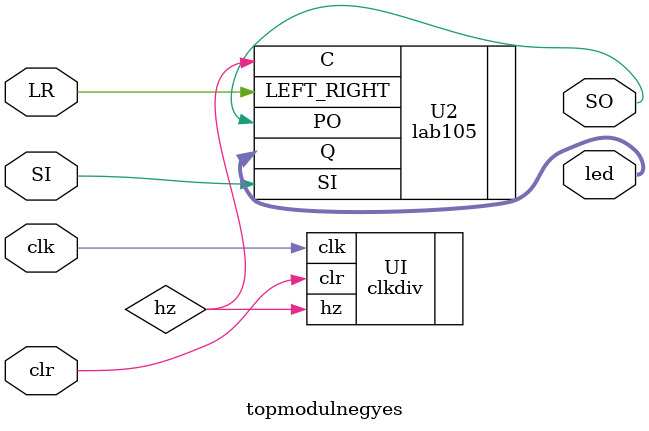
<source format=v>
`timescale 1ns / 1ps
module topmodulnegyes(
input clk,clr,LR,
input SI,
output SO,
output [7:0]led
    );
wire hz;
clkdiv UI(.clk(clk),.clr(clr),.hz(hz));
lab105 U2(.C(hz),.SI(SI),.PO(SO),.LEFT_RIGHT(LR),.Q(led[7:0]));

endmodule

</source>
